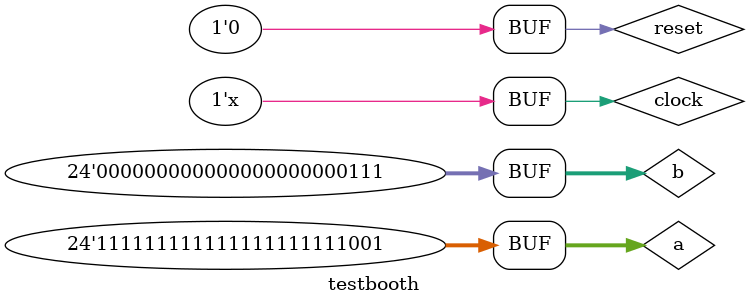
<source format=v>
`timescale 1ns/1ns

module right_shift(acout, qrout, qout, acin, qrin, shift, loadac, loadqr, clear, clock);
   input [23 : 0] acin, qrin;
   input shift, loadac, loadqr, clear, clock;
   output [23 : 0] acout, qrout;
   output qout;
   reg [23 : 0] acout, qrout;
   reg qout;
   
   always @(posedge clock) begin
       if (clear) begin
           qout = 0;
           acout = 0;
           qrout = 0;
       end
       if (loadac) begin
           acout = acin;
       end
       if (loadqr) begin
           qrout = qrin;
           qout = 0;
       end 
       if (shift) begin
           //{acout, qrout, qout} = {acout, qrout, qout} >> 1;
           qout = qrout[0];
           qrout = {acout[0], qrout[22:1]};
           acout = {acout[22], acout[22:1]};
       end
   end
endmodule

module register(result, val, load, clear, clock);
    input [23 : 0] val;
    input load, clear, clock;
    output [23 : 0] result;
    reg [23 : 0] result;
    always @(posedge clock) begin
        if (clear) begin
            result = 0;
        end
        if (load) begin
            result = val;
        end
    end
endmodule

module sum(result, a, b);
   input [23 : 0] a, b;
   output [23 : 0] result;
   assign result = a + b;
endmodule
   
module negate(result, a);
    input [23 : 0] a;
    output [23 : 0] result;
    assign result = ~a + 1;
endmodule

module mux2to1(out1, in0, in1, sel);
    input [23 : 0] in0, in1;
    input sel;
    output [23 : 0] out1;
    assign out1 = sel?in1:in0;
endmodule

module fsm(qn, qnn, brload, add_sel, shift, loadac, loadqr, clear, reset, clock);
    input qn, qnn, reset, clock;
    output brload, add_sel, shift, loadac, loadqr, clear;
    reg brload, add_sel, shift, loadac, loadqr, clear;
    reg [3 : 0] state, nstate;
    reg [4 : 0] counter;
    
    always @(posedge clock) begin
       state = nstate;
    end
    
    always @(posedge reset) begin
        nstate = 4'd0;
    end
    
    always @(state) begin
        case (state)
            4'd0 : begin
                counter = 5'd24;
                clear = 1;
                brload = 1;
                add_sel = 0;
                shift = 0;
                loadac = 0;
                loadqr = 1;
                nstate = 4'd1;
            end
            4'd1 : begin
                clear = 0;
                brload = 0;
                add_sel = 0;
                shift = 0;
                loadac = 0;
                loadqr = 0;
                nstate = 4'd6;
            end
            
            4'd6 : begin
                clear = 0;
                brload = 0;
                add_sel = 0;
                shift = 0;
                loadac = 0;
                loadqr = 0;
                if (qn) begin
                    if (qnn) begin
                        nstate = 4'd4;
                    end else begin
                        nstate = 4'd2;
                    end
                end else begin
                    if (qnn) begin
                        nstate = 4'd3;
                    end else begin
                        nstate = 4'd4;
                    end
                end
            end
            
            4'd2 : begin
                clear = 0;
                brload = 0;
                add_sel = 1;
                shift = 0;
                loadac = 1;
                loadqr = 0;
                nstate = 4'd4;
            end
            4'd3 : begin
                clear = 0;
                brload = 0;
                add_sel = 0;
                shift = 0;
                loadac = 1;
                loadqr = 0;
                nstate = 4'd4;
            end
            
            4'd4 : begin
                clear = 0;
                brload = 0;
                add_sel = 0;
                shift = 1;
                loadac = 0;
                loadqr = 0;
                counter = counter - 1;
                if (counter == 0) begin
                    nstate = 4'd5;
                end else begin
                    nstate = 4'd1;
                end 
            end
            
            4'd5 : begin
                clear = 0;
                brload = 0;
                add_sel = 0;
                shift = 0;
                loadac = 0;
                loadqr = 0;
                nstate = 4'd5;
            end
        endcase
    end
endmodule

module booth(result, x, y, reset, clock);
    input [23 : 0] x, y;
    input clock, reset;
    output [47 : 0] result;
    
    wire [23 : 0] br, neg_br, term, ac, acout, qrout;
    wire brload, add_sel, shift, loadac, loadqr, clear, qout;
    
    register br_reg(br, y, brload, clear, clock);
    negate minus_br(neg_br, br);
    mux2to1 mux(term, br, neg_br, add_sel);
    sum add(ac, term, acout);
    right_shift acqr(acout, qrout, qout, ac, x, shift, loadac, loadqr, clear, clock);
    fsm state(qrout[0], qout, brload, add_sel, shift, loadac, loadqr, clear, reset, clock);
    
    assign result = {acout, qrout};
endmodule

module testbooth();
    reg [23 : 0] a, b;
    reg reset, clock;
    wire [47 : 0] prod;
    
    always begin
        #1 clock = !clock;
    end
    
    initial begin
        reset <= 1;
        clock <= 0;
        a <= -24'd7;
        b <= 24'd7;
        #1 reset <= 0;
    end
    
    booth m(prod, a, b, reset, clock);    
endmodule
    
</source>
